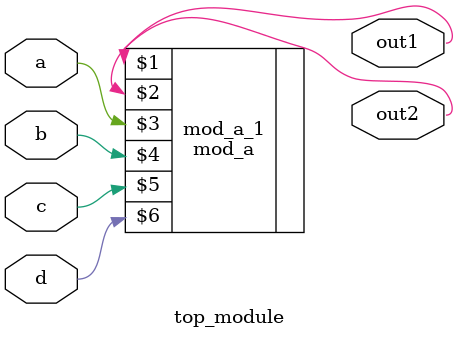
<source format=v>

module top_module ( 
    input a, 
    input b, 
    input c,
    input d,
    output out1,
    output out2
);

    mod_a mod_a_1(out1, out2, a, b, c, d);    
    
endmodule
</source>
